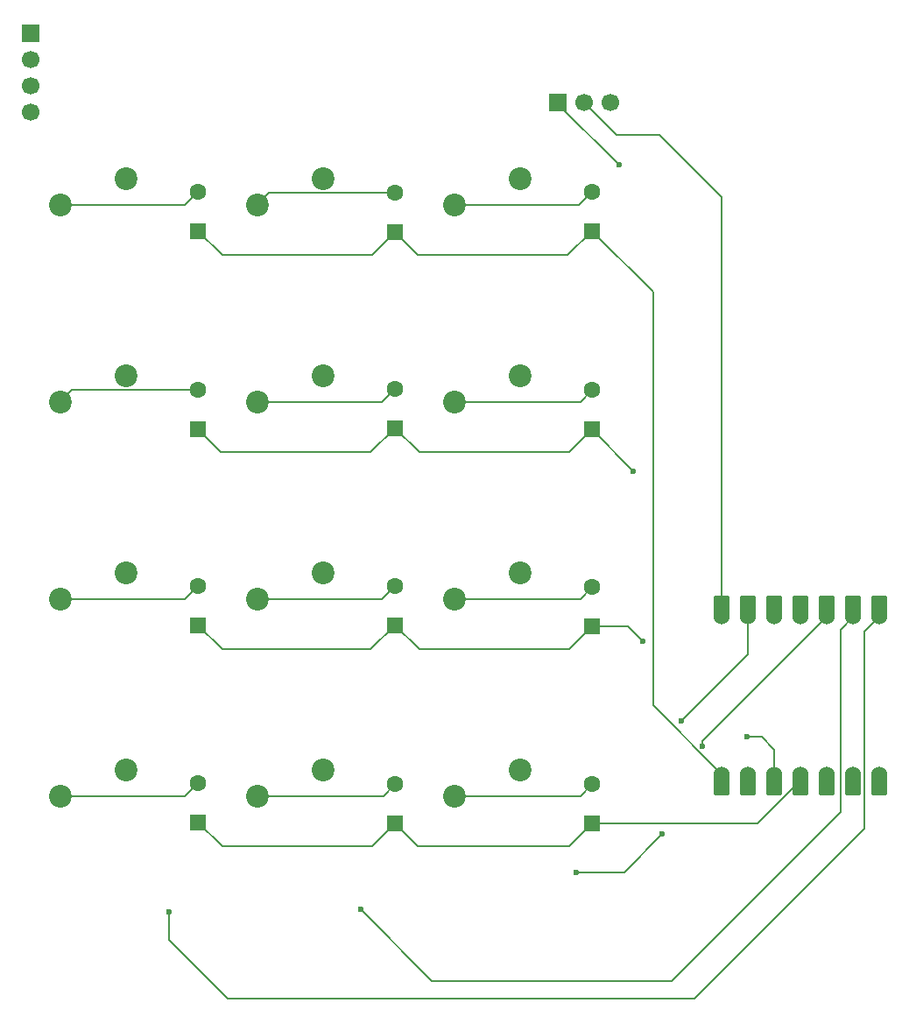
<source format=gbr>
%TF.GenerationSoftware,KiCad,Pcbnew,9.0.2*%
%TF.CreationDate,2025-07-31T17:55:32-05:00*%
%TF.ProjectId,highway,68696768-7761-4792-9e6b-696361645f70,rev?*%
%TF.SameCoordinates,Original*%
%TF.FileFunction,Copper,L1,Top*%
%TF.FilePolarity,Positive*%
%FSLAX46Y46*%
G04 Gerber Fmt 4.6, Leading zero omitted, Abs format (unit mm)*
G04 Created by KiCad (PCBNEW 9.0.2) date 2025-07-31 17:55:32*
%MOMM*%
%LPD*%
G01*
G04 APERTURE LIST*
G04 Aperture macros list*
%AMRoundRect*
0 Rectangle with rounded corners*
0 $1 Rounding radius*
0 $2 $3 $4 $5 $6 $7 $8 $9 X,Y pos of 4 corners*
0 Add a 4 corners polygon primitive as box body*
4,1,4,$2,$3,$4,$5,$6,$7,$8,$9,$2,$3,0*
0 Add four circle primitives for the rounded corners*
1,1,$1+$1,$2,$3*
1,1,$1+$1,$4,$5*
1,1,$1+$1,$6,$7*
1,1,$1+$1,$8,$9*
0 Add four rect primitives between the rounded corners*
20,1,$1+$1,$2,$3,$4,$5,0*
20,1,$1+$1,$4,$5,$6,$7,0*
20,1,$1+$1,$6,$7,$8,$9,0*
20,1,$1+$1,$8,$9,$2,$3,0*%
G04 Aperture macros list end*
%TA.AperFunction,ComponentPad*%
%ADD10C,2.200000*%
%TD*%
%TA.AperFunction,ComponentPad*%
%ADD11R,1.700000X1.700000*%
%TD*%
%TA.AperFunction,ComponentPad*%
%ADD12C,1.700000*%
%TD*%
%TA.AperFunction,SMDPad,CuDef*%
%ADD13RoundRect,0.152400X0.609600X-1.063600X0.609600X1.063600X-0.609600X1.063600X-0.609600X-1.063600X0*%
%TD*%
%TA.AperFunction,ComponentPad*%
%ADD14C,1.524000*%
%TD*%
%TA.AperFunction,SMDPad,CuDef*%
%ADD15RoundRect,0.152400X-0.609600X1.063600X-0.609600X-1.063600X0.609600X-1.063600X0.609600X1.063600X0*%
%TD*%
%TA.AperFunction,ComponentPad*%
%ADD16RoundRect,0.250000X0.550000X-0.550000X0.550000X0.550000X-0.550000X0.550000X-0.550000X-0.550000X0*%
%TD*%
%TA.AperFunction,ComponentPad*%
%ADD17C,1.600000*%
%TD*%
%TA.AperFunction,ViaPad*%
%ADD18C,0.600000*%
%TD*%
%TA.AperFunction,Conductor*%
%ADD19C,0.200000*%
%TD*%
G04 APERTURE END LIST*
D10*
%TO.P,SW5,1,1*%
%TO.N,column 1*%
X112077500Y-52070000D03*
%TO.P,SW5,2,2*%
%TO.N,Net-(D5-A)*%
X105727500Y-54610000D03*
%TD*%
%TO.P,SW12,1,1*%
%TO.N,column 2*%
X131127500Y-90170000D03*
%TO.P,SW12,2,2*%
%TO.N,Net-(D12-A)*%
X124777500Y-92710000D03*
%TD*%
D11*
%TO.P,motion1,1,Pin_1*%
%TO.N,+3.3V*%
X134820000Y-25700000D03*
D12*
%TO.P,motion1,2,Pin_2*%
%TO.N,Net-(U1-GPIO21{slash}D6{slash}TX)*%
X137360000Y-25700000D03*
%TO.P,motion1,3,Pin_3*%
%TO.N,GND*%
X139900000Y-25700000D03*
%TD*%
D10*
%TO.P,SW10,1,1*%
%TO.N,column 0*%
X93027500Y-90170000D03*
%TO.P,SW10,2,2*%
%TO.N,Net-(D10-A)*%
X86677500Y-92710000D03*
%TD*%
%TO.P,SW6,1,1*%
%TO.N,column 2*%
X131127500Y-52070000D03*
%TO.P,SW6,2,2*%
%TO.N,Net-(D6-A)*%
X124777500Y-54610000D03*
%TD*%
%TO.P,SW2,1,1*%
%TO.N,column 1*%
X112077500Y-33020000D03*
%TO.P,SW2,2,2*%
%TO.N,Net-(D2-A)*%
X105727500Y-35560000D03*
%TD*%
%TO.P,SW4,1,1*%
%TO.N,column 0*%
X93027500Y-52070000D03*
%TO.P,SW4,2,2*%
%TO.N,Net-(D4-A)*%
X86677500Y-54610000D03*
%TD*%
%TO.P,SW9,1,1*%
%TO.N,column 2*%
X131127500Y-71120000D03*
%TO.P,SW9,2,2*%
%TO.N,Net-(D9-A)*%
X124777500Y-73660000D03*
%TD*%
%TO.P,SW1,1,1*%
%TO.N,column 0*%
X93027500Y-33020000D03*
%TO.P,SW1,2,2*%
%TO.N,Net-(D1-A)*%
X86677500Y-35560000D03*
%TD*%
%TO.P,SW7,1,1*%
%TO.N,column 0*%
X93027500Y-71120000D03*
%TO.P,SW7,2,2*%
%TO.N,Net-(D7-A)*%
X86677500Y-73660000D03*
%TD*%
%TO.P,SW3,1,1*%
%TO.N,column 2*%
X131127500Y-33020000D03*
%TO.P,SW3,2,2*%
%TO.N,Net-(D3-A)*%
X124777500Y-35560000D03*
%TD*%
%TO.P,SW8,1,1*%
%TO.N,column 1*%
X112077500Y-71120000D03*
%TO.P,SW8,2,2*%
%TO.N,Net-(D8-A)*%
X105727500Y-73660000D03*
%TD*%
D13*
%TO.P,U1,1,GPIO2/A0/D0*%
%TO.N,column 0*%
X165901500Y-74545000D03*
D14*
X165901500Y-75380000D03*
D13*
%TO.P,U1,2,GPIO3/A1/D1*%
%TO.N,column 1*%
X163361500Y-74545000D03*
D14*
X163361500Y-75380000D03*
D13*
%TO.P,U1,3,GPIO4/A2/D2*%
%TO.N,column 2*%
X160821500Y-74545000D03*
D14*
X160821500Y-75380000D03*
D13*
%TO.P,U1,4,GPIO5/A3/D3*%
%TO.N,unconnected-(U1-GPIO5{slash}A3{slash}D3-Pad4)*%
X158281500Y-74545000D03*
D14*
X158281500Y-75380000D03*
D13*
%TO.P,U1,5,GPIO6/D4/SDA*%
%TO.N,SDA*%
X155741500Y-74545000D03*
D14*
X155741500Y-75380000D03*
D13*
%TO.P,U1,6,GPIO7/D5/SCL*%
%TO.N,SCL*%
X153201500Y-74545000D03*
D14*
X153201500Y-75380000D03*
D13*
%TO.P,U1,7,GPIO21/D6/TX*%
%TO.N,Net-(U1-GPIO21{slash}D6{slash}TX)*%
X150661500Y-74545000D03*
D14*
X150661500Y-75380000D03*
%TO.P,U1,8,GPIO20/D7/RX*%
%TO.N,row 0*%
X150661500Y-90620000D03*
D15*
X150661500Y-91455000D03*
D14*
%TO.P,U1,9,GPIO8/D8/SCK*%
%TO.N,row 1*%
X153201500Y-90620000D03*
D15*
X153201500Y-91455000D03*
D14*
%TO.P,U1,10,GPIO9/D9/MISO*%
%TO.N,row 2*%
X155741500Y-90620000D03*
D15*
X155741500Y-91455000D03*
D14*
%TO.P,U1,11,GPIO10/D10/MOSI*%
%TO.N,row 3*%
X158281500Y-90620000D03*
D15*
X158281500Y-91455000D03*
D14*
%TO.P,U1,12,VCC_3V3*%
%TO.N,+3.3V*%
X160821500Y-90620000D03*
D15*
X160821500Y-91455000D03*
D14*
%TO.P,U1,13,GND*%
%TO.N,GND*%
X163361500Y-90620000D03*
D15*
X163361500Y-91455000D03*
D14*
%TO.P,U1,14,VBUS*%
%TO.N,unconnected-(U1-VBUS-Pad14)*%
X165901500Y-90620000D03*
D15*
X165901500Y-91455000D03*
%TD*%
D10*
%TO.P,SW11,1,1*%
%TO.N,column 1*%
X112077500Y-90170000D03*
%TO.P,SW11,2,2*%
%TO.N,Net-(D11-A)*%
X105727500Y-92710000D03*
%TD*%
D11*
%TO.P,OLED1,1,Pin_1*%
%TO.N,SDA*%
X83800000Y-18990000D03*
D12*
%TO.P,OLED1,2,Pin_2*%
%TO.N,SCL*%
X83800000Y-21530000D03*
%TO.P,OLED1,3,Pin_3*%
%TO.N,+3.3V*%
X83800000Y-24070000D03*
%TO.P,OLED1,4,Pin_4*%
%TO.N,GND*%
X83800000Y-26610000D03*
%TD*%
D16*
%TO.P,D8,1,K*%
%TO.N,row 2*%
X119062500Y-76200000D03*
D17*
%TO.P,D8,2,A*%
%TO.N,Net-(D8-A)*%
X119062500Y-72390000D03*
%TD*%
D16*
%TO.P,D3,1,K*%
%TO.N,row 0*%
X138112500Y-38100000D03*
D17*
%TO.P,D3,2,A*%
%TO.N,Net-(D3-A)*%
X138112500Y-34290000D03*
%TD*%
D16*
%TO.P,D1,1,K*%
%TO.N,row 0*%
X100012500Y-38100000D03*
D17*
%TO.P,D1,2,A*%
%TO.N,Net-(D1-A)*%
X100012500Y-34290000D03*
%TD*%
D16*
%TO.P,D6,1,K*%
%TO.N,row 1*%
X138112500Y-57308750D03*
D17*
%TO.P,D6,2,A*%
%TO.N,Net-(D6-A)*%
X138112500Y-53498750D03*
%TD*%
D16*
%TO.P,D4,1,K*%
%TO.N,row 1*%
X100012500Y-57308750D03*
D17*
%TO.P,D4,2,A*%
%TO.N,Net-(D4-A)*%
X100012500Y-53498750D03*
%TD*%
D16*
%TO.P,D2,1,K*%
%TO.N,row 0*%
X119062500Y-38258750D03*
D17*
%TO.P,D2,2,A*%
%TO.N,Net-(D2-A)*%
X119062500Y-34448750D03*
%TD*%
D16*
%TO.P,D7,1,K*%
%TO.N,row 2*%
X100012500Y-76200000D03*
D17*
%TO.P,D7,2,A*%
%TO.N,Net-(D7-A)*%
X100012500Y-72390000D03*
%TD*%
D16*
%TO.P,D10,1,K*%
%TO.N,row 3*%
X100012500Y-95250000D03*
D17*
%TO.P,D10,2,A*%
%TO.N,Net-(D10-A)*%
X100012500Y-91440000D03*
%TD*%
D16*
%TO.P,D12,1,K*%
%TO.N,row 3*%
X138112500Y-95408750D03*
D17*
%TO.P,D12,2,A*%
%TO.N,Net-(D12-A)*%
X138112500Y-91598750D03*
%TD*%
D16*
%TO.P,D5,1,K*%
%TO.N,row 1*%
X119062500Y-57150000D03*
D17*
%TO.P,D5,2,A*%
%TO.N,Net-(D5-A)*%
X119062500Y-53340000D03*
%TD*%
D16*
%TO.P,D11,1,K*%
%TO.N,row 3*%
X119062500Y-95408750D03*
D17*
%TO.P,D11,2,A*%
%TO.N,Net-(D11-A)*%
X119062500Y-91598750D03*
%TD*%
D16*
%TO.P,D9,1,K*%
%TO.N,row 2*%
X138112500Y-76358750D03*
D17*
%TO.P,D9,2,A*%
%TO.N,Net-(D9-A)*%
X138112500Y-72548750D03*
%TD*%
D18*
%TO.N,column 2*%
X148800000Y-87900000D03*
X144900000Y-96400000D03*
X136600000Y-100100000D03*
%TO.N,column 1*%
X115700000Y-103700000D03*
%TO.N,column 0*%
X97200000Y-103900000D03*
%TO.N,row 2*%
X153100000Y-87000000D03*
X143000000Y-77800000D03*
%TO.N,SCL*%
X146700000Y-85500000D03*
%TO.N,+3.3V*%
X140700000Y-31700000D03*
%TO.N,row 1*%
X142100000Y-61300000D03*
%TD*%
D19*
%TO.N,column 2*%
X148800000Y-87900000D02*
X148800000Y-87401500D01*
X148800000Y-87401500D02*
X160821500Y-75380000D01*
X141200000Y-100100000D02*
X144900000Y-96400000D01*
X136600000Y-100100000D02*
X141200000Y-100100000D01*
%TO.N,column 1*%
X115700000Y-103700000D02*
X122600000Y-110600000D01*
X122600000Y-110600000D02*
X145800000Y-110600000D01*
X145800000Y-110600000D02*
X162100000Y-94300000D01*
X162100000Y-94300000D02*
X162100000Y-76641500D01*
X162100000Y-76641500D02*
X163361500Y-75380000D01*
%TO.N,column 0*%
X97200000Y-103900000D02*
X97200000Y-106600000D01*
X164424500Y-76857000D02*
X165901500Y-75380000D01*
X102900000Y-112300000D02*
X148000000Y-112300000D01*
X164424500Y-95875500D02*
X164424500Y-76857000D01*
X97200000Y-106600000D02*
X102900000Y-112300000D01*
X148000000Y-112300000D02*
X164424500Y-95875500D01*
%TO.N,row 2*%
X153100000Y-87000000D02*
X154500000Y-87000000D01*
X154500000Y-87000000D02*
X155741500Y-88241500D01*
X155741500Y-88241500D02*
X155741500Y-90620000D01*
X141558750Y-76358750D02*
X143000000Y-77800000D01*
X138112500Y-76358750D02*
X141558750Y-76358750D01*
%TO.N,SCL*%
X146700000Y-85500000D02*
X153201500Y-78998500D01*
X153201500Y-78998500D02*
X153201500Y-75380000D01*
%TO.N,+3.3V*%
X134820000Y-25820000D02*
X140700000Y-31700000D01*
X134820000Y-25700000D02*
X134820000Y-25820000D01*
%TO.N,row 3*%
X138112500Y-95408750D02*
X154106376Y-95408750D01*
X154106376Y-95408750D02*
X158281500Y-91233626D01*
X158281500Y-91233626D02*
X158281500Y-90620000D01*
%TO.N,row 0*%
X144000000Y-43987500D02*
X144000000Y-83958500D01*
X144000000Y-83958500D02*
X150661500Y-90620000D01*
%TO.N,Net-(U1-GPIO21{slash}D6{slash}TX)*%
X137360000Y-25700000D02*
X140460000Y-28800000D01*
X150661500Y-34861500D02*
X150661500Y-75380000D01*
X140460000Y-28800000D02*
X144600000Y-28800000D01*
X144600000Y-28800000D02*
X150661500Y-34861500D01*
%TO.N,Net-(D1-A)*%
X86677500Y-35560000D02*
X98742500Y-35560000D01*
X98742500Y-35560000D02*
X100012500Y-34290000D01*
%TO.N,Net-(D2-A)*%
X106838750Y-34448750D02*
X119062500Y-34448750D01*
X105727500Y-35560000D02*
X106838750Y-34448750D01*
%TO.N,Net-(D3-A)*%
X136842500Y-35560000D02*
X138112500Y-34290000D01*
X124777500Y-35560000D02*
X136842500Y-35560000D01*
%TO.N,Net-(D4-A)*%
X87788750Y-53498750D02*
X100012500Y-53498750D01*
X86677500Y-54610000D02*
X87788750Y-53498750D01*
%TO.N,Net-(D5-A)*%
X105727500Y-54610000D02*
X117792500Y-54610000D01*
X117792500Y-54610000D02*
X119062500Y-53340000D01*
%TO.N,Net-(D6-A)*%
X137001250Y-54610000D02*
X138112500Y-53498750D01*
X124777500Y-54610000D02*
X137001250Y-54610000D01*
%TO.N,Net-(D7-A)*%
X86677500Y-73660000D02*
X98742500Y-73660000D01*
X98742500Y-73660000D02*
X100012500Y-72390000D01*
%TO.N,Net-(D8-A)*%
X119062500Y-72390000D02*
X117792500Y-73660000D01*
X117792500Y-73660000D02*
X105727500Y-73660000D01*
%TO.N,Net-(D9-A)*%
X124777500Y-73660000D02*
X137001250Y-73660000D01*
X137001250Y-73660000D02*
X138112500Y-72548750D01*
%TO.N,Net-(D10-A)*%
X86677500Y-92710000D02*
X98742500Y-92710000D01*
X98742500Y-92710000D02*
X100012500Y-91440000D01*
%TO.N,Net-(D11-A)*%
X117951250Y-92710000D02*
X119062500Y-91598750D01*
X105727500Y-92710000D02*
X117951250Y-92710000D01*
%TO.N,Net-(D12-A)*%
X137001250Y-92710000D02*
X138112500Y-91598750D01*
X124777500Y-92710000D02*
X137001250Y-92710000D01*
%TO.N,row 2*%
X100012500Y-76200000D02*
X102363500Y-78551000D01*
X135920250Y-78551000D02*
X121413500Y-78551000D01*
X138112500Y-76358750D02*
X135920250Y-78551000D01*
X121413500Y-78551000D02*
X119062500Y-76200000D01*
X116711500Y-78551000D02*
X119062500Y-76200000D01*
X102363500Y-78551000D02*
X116711500Y-78551000D01*
%TO.N,row 3*%
X121254750Y-97601000D02*
X135920250Y-97601000D01*
X102363500Y-97601000D02*
X116870250Y-97601000D01*
X116870250Y-97601000D02*
X119062500Y-95408750D01*
X119062500Y-95408750D02*
X121254750Y-97601000D01*
X100012500Y-95250000D02*
X102363500Y-97601000D01*
X135920250Y-97601000D02*
X138112500Y-95408750D01*
%TO.N,row 1*%
X102204750Y-59501000D02*
X116711500Y-59501000D01*
X119062500Y-57150000D02*
X121413500Y-59501000D01*
X121413500Y-59501000D02*
X135920250Y-59501000D01*
X100012500Y-57308750D02*
X102204750Y-59501000D01*
X135920250Y-59501000D02*
X138112500Y-57308750D01*
X116711500Y-59501000D02*
X119062500Y-57150000D01*
X138112500Y-57308750D02*
X142100000Y-61296250D01*
%TO.N,row 0*%
X121254750Y-40451000D02*
X135761500Y-40451000D01*
X119062500Y-38258750D02*
X121254750Y-40451000D01*
X102363500Y-40451000D02*
X116870250Y-40451000D01*
X116870250Y-40451000D02*
X119062500Y-38258750D01*
X135761500Y-40451000D02*
X138112500Y-38100000D01*
X138112500Y-38100000D02*
X144000000Y-43987500D01*
X100012500Y-38100000D02*
X102363500Y-40451000D01*
%TD*%
M02*

</source>
